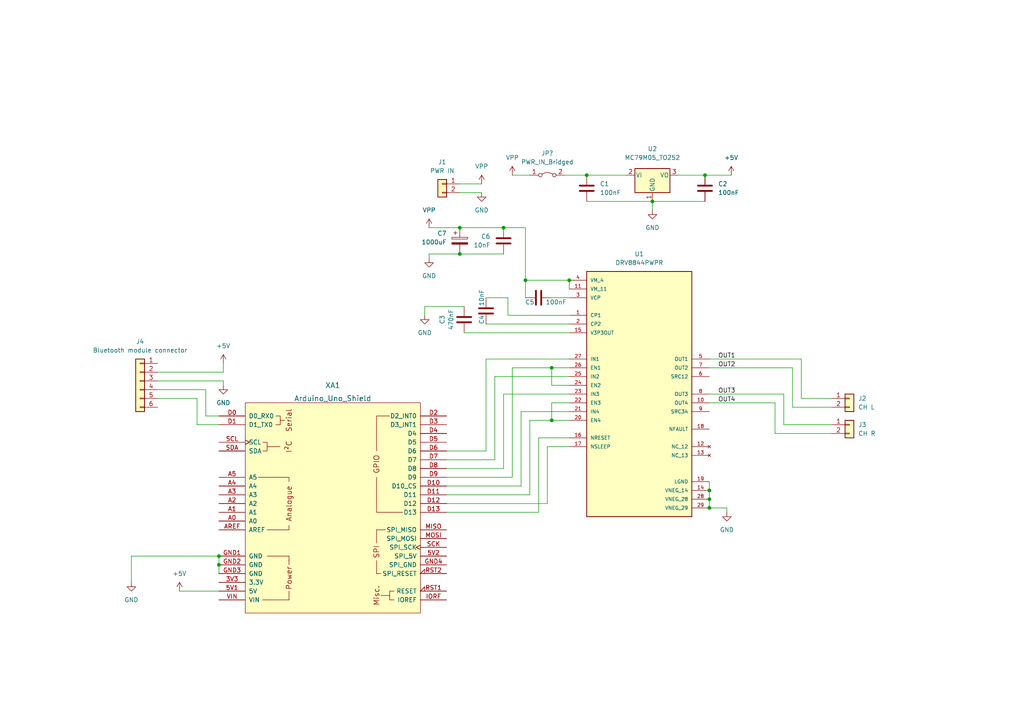
<source format=kicad_sch>
(kicad_sch (version 20211123) (generator eeschema)
  (paper "A4")
  (lib_symbols
    (symbol "Connector_Generic:Conn_01x02" (pin_names (offset 1.016) hide)
      (property "Reference" "J" (at 0 2.54 0))
      (property "Value" "Conn_01x02" (at 0 -5.08 0))
      (symbol "Conn_01x02_1_1"
        (rectangle (start -1.27 -2.413) (end 0 -2.667) (stroke (width 0.1524)))
        (rectangle (start -1.27 0.127) (end 0 -0.127) (stroke (width 0.1524)))
        (rectangle (start -1.27 1.27) (end 1.27 -3.81) (stroke (width 0.254)) (fill (type background)))
        (pin passive line (at -5.08 0 0) (length 3.81) (name "Pin_1") (number "1"))
        (pin passive line (at -5.08 -2.54 0) (length 3.81) (name "Pin_2") (number "2"))
      )
    )
    (symbol "Connector_Generic:Conn_01x06" (pin_names (offset 1.016) hide)
      (property "Reference" "J" (at 0 7.62 0))
      (property "Value" "Conn_01x06" (at 0 -10.16 0))
      (symbol "Conn_01x06_1_1"
        (rectangle (start -1.27 -7.493) (end 0 -7.747) (stroke (width 0.1524)))
        (rectangle (start -1.27 -4.953) (end 0 -5.207) (stroke (width 0.1524)))
        (rectangle (start -1.27 -2.413) (end 0 -2.667) (stroke (width 0.1524)))
        (rectangle (start -1.27 0.127) (end 0 -0.127) (stroke (width 0.1524)))
        (rectangle (start -1.27 2.667) (end 0 2.413) (stroke (width 0.1524)))
        (rectangle (start -1.27 5.207) (end 0 4.953) (stroke (width 0.1524)))
        (rectangle (start -1.27 6.35) (end 1.27 -8.89) (stroke (width 0.254)) (fill (type background)))
        (pin passive line (at -5.08 5.08 0) (length 3.81) (name "Pin_1") (number "1"))
        (pin passive line (at -5.08 2.54 0) (length 3.81) (name "Pin_2") (number "2"))
        (pin passive line (at -5.08 0 0) (length 3.81) (name "Pin_3") (number "3"))
        (pin passive line (at -5.08 -2.54 0) (length 3.81) (name "Pin_4") (number "4"))
        (pin passive line (at -5.08 -5.08 0) (length 3.81) (name "Pin_5") (number "5"))
        (pin passive line (at -5.08 -7.62 0) (length 3.81) (name "Pin_6") (number "6"))
      )
    )
    (symbol "DRV8844PWPR:DRV8844PWPR" (pin_names (offset 1.016))
      (property "Reference" "U" (at -15.24 35.56 0))
      (property "Value" "DRV8844PWPR" (at -15.24 -40.64 0))
      (symbol "DRV8844PWPR_0_0"
        (rectangle (start -15.24 -35.56) (end 15.24 35.56) (stroke (width 0.254)) (fill (type background)))
        (pin power_in line (at -20.32 22.86 0) (length 5.08) (name "CP1") (number "1"))
        (pin output line (at 20.32 -2.54 180) (length 5.08) (name "OUT4") (number "10"))
        (pin power_in line (at -20.32 30.48 0) (length 5.08) (name "VM_11") (number "11"))
        (pin no_connect line (at 20.32 -15.24 180) (length 5.08) (name "NC_12") (number "12"))
        (pin no_connect line (at 20.32 -17.78 180) (length 5.08) (name "NC_13") (number "13"))
        (pin power_in line (at 20.32 -27.94 180) (length 5.08) (name "VNEG_14") (number "14"))
        (pin power_in line (at -20.32 17.78 0) (length 5.08) (name "V3P3OUT") (number "15"))
        (pin input line (at -20.32 -12.7 0) (length 5.08) (name "NRESET") (number "16"))
        (pin input line (at -20.32 -15.24 0) (length 5.08) (name "NSLEEP") (number "17"))
        (pin output line (at 20.32 -10.16 180) (length 5.08) (name "NFAULT") (number "18"))
        (pin power_in line (at 20.32 -25.4 180) (length 5.08) (name "LGND") (number "19"))
        (pin power_in line (at -20.32 20.32 0) (length 5.08) (name "CP2") (number "2"))
        (pin input line (at -20.32 -7.62 0) (length 5.08) (name "EN4") (number "20"))
        (pin input line (at -20.32 -5.08 0) (length 5.08) (name "IN4") (number "21"))
        (pin input line (at -20.32 -2.54 0) (length 5.08) (name "EN3") (number "22"))
        (pin bidirectional line (at -20.32 0 0) (length 5.08) (name "IN3") (number "23"))
        (pin input line (at -20.32 2.54 0) (length 5.08) (name "EN2") (number "24"))
        (pin input line (at -20.32 5.08 0) (length 5.08) (name "IN2") (number "25"))
        (pin input line (at -20.32 7.62 0) (length 5.08) (name "EN1") (number "26"))
        (pin input line (at -20.32 10.16 0) (length 5.08) (name "IN1") (number "27"))
        (pin power_in line (at 20.32 -30.48 180) (length 5.08) (name "VNEG_28") (number "28"))
        (pin power_in line (at 20.32 -33.02 180) (length 5.08) (name "VNEG_29") (number "29"))
        (pin power_in line (at -20.32 27.94 0) (length 5.08) (name "VCP") (number "3"))
        (pin power_in line (at -20.32 33.02 0) (length 5.08) (name "VM_4") (number "4"))
        (pin output line (at 20.32 10.16 180) (length 5.08) (name "OUT1") (number "5"))
        (pin power_in line (at 20.32 5.08 180) (length 5.08) (name "SRC12") (number "6"))
        (pin output line (at 20.32 7.62 180) (length 5.08) (name "OUT2") (number "7"))
        (pin output line (at 20.32 0 180) (length 5.08) (name "OUT3") (number "8"))
        (pin power_in line (at 20.32 -5.08 180) (length 5.08) (name "SRC34") (number "9"))
      )
    )
    (symbol "Device:C" (pin_numbers hide) (pin_names (offset 0.254))
      (property "Reference" "C" (at 0.635 2.54 0))
      (property "Value" "C" (at 0.635 -2.54 0))
      (symbol "C_0_1"
        (polyline (pts (xy -2.032 -0.762) (xy 2.032 -0.762)) (stroke (width 0.508)))
        (polyline (pts (xy -2.032 0.762) (xy 2.032 0.762)) (stroke (width 0.508)))
      )
      (symbol "C_1_1"
        (pin passive line (at 0 3.81 270) (length 2.794) (name "~") (number "1"))
        (pin passive line (at 0 -3.81 90) (length 2.794) (name "~") (number "2"))
      )
    )
    (symbol "Device:C_Polarized" (pin_numbers hide) (pin_names (offset 0.254))
      (property "Reference" "C" (at 0.635 2.54 0))
      (property "Value" "C_Polarized" (at 0.635 -2.54 0))
      (symbol "C_Polarized_0_1"
        (rectangle (start -2.286 0.508) (end 2.286 1.016))
        (polyline (pts (xy -1.778 2.286) (xy -0.762 2.286)))
        (polyline (pts (xy -1.27 2.794) (xy -1.27 1.778)))
        (rectangle (start 2.286 -0.508) (end -2.286 -1.016) (fill (type outline)))
      )
      (symbol "C_Polarized_1_1"
        (pin passive line (at 0 3.81 270) (length 2.794) (name "~") (number "1"))
        (pin passive line (at 0 -3.81 90) (length 2.794) (name "~") (number "2"))
      )
    )
    (symbol "Jumper:Jumper_2_Bridged" (pin_names (offset 0) hide)
      (property "Reference" "JP" (at 0 1.905 0))
      (property "Value" "Jumper_2_Bridged" (at 0 -2.54 0))
      (symbol "Jumper_2_Bridged_0_0"
        (circle (center -2.032 0) (radius 0.508))
        (circle (center 2.032 0) (radius 0.508))
      )
      (symbol "Jumper_2_Bridged_0_1"
        (arc (start 1.524 0.254) (mid 0 0.762) (end -1.524 0.254))
      )
      (symbol "Jumper_2_Bridged_1_1"
        (pin passive line (at -5.08 0 0) (length 2.54) (name "A") (number "1"))
        (pin passive line (at 5.08 0 180) (length 2.54) (name "B") (number "2"))
      )
    )
    (symbol "Regulator_Linear:MC79M05_TO252" (pin_names (offset 0.254))
      (property "Reference" "U" (at -3.81 -3.175 0))
      (property "Value" "MC79M05_TO252" (at 0 -3.175 0))
      (symbol "MC79M05_TO252_0_1"
        (rectangle (start -5.08 5.08) (end 5.08 -1.905) (stroke (width 0.254)) (fill (type background)))
      )
      (symbol "MC79M05_TO252_1_1"
        (pin power_in line (at 0 7.62 270) (length 2.54) (name "GND") (number "1"))
        (pin power_in line (at -7.62 0 0) (length 2.54) (name "VI") (number "2"))
        (pin power_out line (at 7.62 0 180) (length 2.54) (name "VO") (number "3"))
      )
    )
    (symbol "arduino:Arduino_Uno_Shield" (pin_names (offset 1.016))
      (property "Reference" "XA" (at 2.54 0 90))
      (property "Value" "Arduino_Uno_Shield" (at -2.54 0 90))
      (symbol "Arduino_Uno_Shield_0_0"
        (rectangle (start -25.4 30.48) (end 25.4 -30.48) (fill (type background)))
        (rectangle (start -20.32 -26.67) (end -12.7 -26.67))
        (rectangle (start -19.05 -13.97) (end -12.7 -13.97))
        (polyline (pts (xy -19.05 17.78) (xy -15.24 17.78)))
        (polyline (pts (xy -15.24 25.4) (xy -13.97 25.4)))
        (polyline (pts (xy -12.7 -26.67) (xy -12.7 -24.13)))
        (polyline (pts (xy -12.7 -15.24) (xy -12.7 -16.51)))
        (polyline (pts (xy -12.7 -13.97) (xy -12.7 -15.24)))
        (polyline (pts (xy -12.7 -5.08) (xy -12.7 -6.35) (xy -19.05 -6.35)))
        (polyline (pts (xy -12.7 7.62) (xy -12.7 8.89) (xy -21.59 8.89)))
        (polyline (pts (xy 12.7 8.89) (xy 12.7 -1.27) (xy 20.32 -1.27)))
        (polyline (pts (xy 12.7 16.51) (xy 12.7 26.67) (xy 16.51 26.67)))
        (polyline (pts (xy -20.32 19.05) (xy -19.05 19.05) (xy -19.05 16.51) (xy -20.32 16.51)))
        (polyline (pts (xy -16.51 26.67) (xy -15.24 26.67) (xy -15.24 24.13) (xy -16.51 24.13)))
        (rectangle (start 12.7 -19.05) (end 12.7 -15.24))
        (rectangle (start 12.7 -10.16) (end 12.7 -6.35))
        (rectangle (start 13.97 -19.05) (end 12.7 -19.05))
        (rectangle (start 15.24 -6.35) (end 12.7 -6.35))
        (rectangle (start 16.51 -25.4) (end 13.97 -25.4))
        (rectangle (start 16.51 -24.13) (end 16.51 -26.67))
        (rectangle (start 17.78 -26.67) (end 16.51 -26.67))
        (rectangle (start 17.78 -24.13) (end 16.51 -24.13))
        (text "Analogue" (at -12.7 1.27 900) (effects (font (size 1.524 1.524))))
        (text "I²C" (at -12.7 17.78 900) (effects (font (size 1.524 1.524))))
        (text "Misc." (at 12.7 -25.4 900) (effects (font (size 1.524 1.524))))
        (text "Power" (at -12.7 -20.32 900) (effects (font (size 1.524 1.524))))
        (text "Serial" (at -12.7 25.4 900) (effects (font (size 1.524 1.524))))
        (text "SPI" (at 12.7 -12.7 900) (effects (font (size 1.524 1.524))))
      )
      (symbol "Arduino_Uno_Shield_1_0"
        (text "GPIO" (at 12.7 12.7 900) (effects (font (size 1.524 1.524))))
      )
      (symbol "Arduino_Uno_Shield_1_1"
        (pin power_in line (at -33.02 -21.59 0) (length 7.62) (name "3.3V") (number "3V3"))
        (pin power_in line (at -33.02 -24.13 0) (length 7.62) (name "5V") (number "5V1"))
        (pin power_in line (at 33.02 -13.97 180) (length 7.62) (name "SPI_5V") (number "5V2"))
        (pin bidirectional line (at -33.02 -3.81 0) (length 7.62) (name "A0") (number "A0"))
        (pin bidirectional line (at -33.02 -1.27 0) (length 7.62) (name "A1") (number "A1"))
        (pin bidirectional line (at -33.02 1.27 0) (length 7.62) (name "A2") (number "A2"))
        (pin bidirectional line (at -33.02 3.81 0) (length 7.62) (name "A3") (number "A3"))
        (pin bidirectional line (at -33.02 6.35 0) (length 7.62) (name "A4") (number "A4"))
        (pin bidirectional line (at -33.02 8.89 0) (length 7.62) (name "A5") (number "A5"))
        (pin input line (at -33.02 -6.35 0) (length 7.62) (name "AREF") (number "AREF"))
        (pin bidirectional line (at -33.02 26.67 0) (length 7.62) (name "D0_RX0") (number "D0"))
        (pin bidirectional line (at -33.02 24.13 0) (length 7.62) (name "D1_TX0") (number "D1"))
        (pin bidirectional line (at 33.02 6.35 180) (length 7.62) (name "D10_CS") (number "D10"))
        (pin bidirectional line (at 33.02 3.81 180) (length 7.62) (name "D11") (number "D11"))
        (pin bidirectional line (at 33.02 1.27 180) (length 7.62) (name "D12") (number "D12"))
        (pin bidirectional line (at 33.02 -1.27 180) (length 7.62) (name "D13") (number "D13"))
        (pin bidirectional line (at 33.02 26.67 180) (length 7.62) (name "D2_INT0") (number "D2"))
        (pin bidirectional line (at 33.02 24.13 180) (length 7.62) (name "D3_INT1") (number "D3"))
        (pin bidirectional line (at 33.02 21.59 180) (length 7.62) (name "D4") (number "D4"))
        (pin bidirectional line (at 33.02 19.05 180) (length 7.62) (name "D5") (number "D5"))
        (pin bidirectional line (at 33.02 16.51 180) (length 7.62) (name "D6") (number "D6"))
        (pin bidirectional line (at 33.02 13.97 180) (length 7.62) (name "D7") (number "D7"))
        (pin bidirectional line (at 33.02 11.43 180) (length 7.62) (name "D8") (number "D8"))
        (pin bidirectional line (at 33.02 8.89 180) (length 7.62) (name "D9") (number "D9"))
        (pin power_in line (at -33.02 -13.97 0) (length 7.62) (name "GND") (number "GND1"))
        (pin power_in line (at -33.02 -16.51 0) (length 7.62) (name "GND") (number "GND2"))
        (pin power_in line (at -33.02 -19.05 0) (length 7.62) (name "GND") (number "GND3"))
        (pin power_in line (at 33.02 -16.51 180) (length 7.62) (name "SPI_GND") (number "GND4"))
        (pin output line (at 33.02 -26.67 180) (length 7.62) (name "IOREF") (number "IORF"))
        (pin input line (at 33.02 -6.35 180) (length 7.62) (name "SPI_MISO") (number "MISO"))
        (pin output line (at 33.02 -8.89 180) (length 7.62) (name "SPI_MOSI") (number "MOSI"))
        (pin open_collector input_low (at 33.02 -24.13 180) (length 7.62) (name "RESET") (number "RST1"))
        (pin open_collector input_low (at 33.02 -19.05 180) (length 7.62) (name "SPI_RESET") (number "RST2"))
        (pin output clock (at 33.02 -11.43 180) (length 7.62) (name "SPI_SCK") (number "SCK"))
        (pin bidirectional clock (at -33.02 19.05 0) (length 7.62) (name "SCL") (number "SCL"))
        (pin bidirectional line (at -33.02 16.51 0) (length 7.62) (name "SDA") (number "SDA"))
        (pin power_in line (at -33.02 -26.67 0) (length 7.62) (name "VIN") (number "VIN"))
      )
    )
    (symbol "power:+5V" (power) (pin_names (offset 0))
      (property "Value" "+5V" (at 0 3.556 0))
      (symbol "+5V_0_1"
        (polyline (pts (xy -0.762 1.27) (xy 0 2.54)))
        (polyline (pts (xy 0 0) (xy 0 2.54)))
        (polyline (pts (xy 0 2.54) (xy 0.762 1.27)))
      )
      (symbol "+5V_1_1"
        (pin power_in line (at 0 0 90) (length 0) hide (name "+5V") (number "1"))
      )
    )
    (symbol "power:GND" (power) (pin_names (offset 0))
      (property "Value" "GND" (at 0 -3.81 0))
      (symbol "GND_0_1"
        (polyline (pts (xy 0 0) (xy 0 -1.27) (xy 1.27 -1.27) (xy 0 -2.54) (xy -1.27 -1.27) (xy 0 -1.27)))
      )
      (symbol "GND_1_1"
        (pin power_in line (at 0 0 270) (length 0) hide (name "GND") (number "1"))
      )
    )
    (symbol "power:VPP" (power) (pin_names (offset 0))
      (property "Value" "VPP" (at 0 3.81 0))
      (symbol "VPP_0_1"
        (polyline (pts (xy -0.762 1.27) (xy 0 2.54)))
        (polyline (pts (xy 0 0) (xy 0 2.54)))
        (polyline (pts (xy 0 2.54) (xy 0.762 1.27)))
      )
      (symbol "VPP_1_1"
        (pin power_in line (at 0 0 90) (length 0) hide (name "VPP") (number "1"))
      )
    )
  )
  (junction (at 205.74 144.78))
  (junction (at 189.23 58.42))
  (junction (at 63.5 163.83))
  (junction (at 152.4 81.28))
  (junction (at 63.5 161.29))
  (junction (at 146.05 66.04))
  (junction (at 160.02 121.92))
  (junction (at 160.02 106.68))
  (junction (at 133.35 73.66))
  (junction (at 165.1 81.28))
  (junction (at 170.18 50.8))
  (junction (at 133.35 66.04))
  (junction (at 204.47 50.8))
  (junction (at 205.74 147.32))
  (junction (at 205.74 142.24))
  (wire (pts (xy 63.5 161.29) (xy 63.5 163.83)))
  (wire (pts (xy 163.83 50.8) (xy 170.18 50.8)))
  (wire (pts (xy 146.05 114.3) (xy 146.05 135.89)))
  (wire (pts (xy 124.46 73.66) (xy 124.46 74.93)))
  (wire (pts (xy 146.05 73.66) (xy 133.35 73.66)))
  (wire (pts (xy 232.41 104.14) (xy 232.41 115.57)))
  (wire (pts (xy 129.54 138.43) (xy 148.59 138.43)))
  (wire (pts (xy 143.51 109.22) (xy 165.1 109.22)))
  (wire (pts (xy 64.77 107.95) (xy 45.72 107.95)))
  (wire (pts (xy 158.75 146.05) (xy 158.75 129.54)))
  (wire (pts (xy 147.32 86.36) (xy 140.97 86.36)))
  (wire (pts (xy 38.1 168.91) (xy 38.1 161.29)))
  (wire (pts (xy 189.23 58.42) (xy 204.47 58.42)))
  (wire (pts (xy 229.87 118.11) (xy 241.3 118.11)))
  (wire (pts (xy 152.4 81.28) (xy 152.4 86.36)))
  (wire (pts (xy 59.69 113.03) (xy 59.69 120.65)))
  (wire (pts (xy 129.54 146.05) (xy 158.75 146.05)))
  (wire (pts (xy 210.82 147.32) (xy 210.82 148.59)))
  (wire (pts (xy 152.4 66.04) (xy 146.05 66.04)))
  (wire (pts (xy 181.61 50.8) (xy 170.18 50.8)))
  (wire (pts (xy 146.05 66.04) (xy 133.35 66.04)))
  (wire (pts (xy 59.69 120.65) (xy 63.5 120.65)))
  (wire (pts (xy 133.35 55.88) (xy 139.7 55.88)))
  (wire (pts (xy 205.74 142.24) (xy 205.74 144.78)))
  (wire (pts (xy 143.51 133.35) (xy 143.51 109.22)))
  (wire (pts (xy 152.4 81.28) (xy 165.1 81.28)))
  (wire (pts (xy 45.72 110.49) (xy 64.77 110.49)))
  (wire (pts (xy 64.77 110.49) (xy 64.77 111.76)))
  (wire (pts (xy 160.02 116.84) (xy 160.02 121.92)))
  (wire (pts (xy 205.74 104.14) (xy 232.41 104.14)))
  (wire (pts (xy 129.54 140.97) (xy 151.13 140.97)))
  (wire (pts (xy 148.59 138.43) (xy 148.59 106.68)))
  (wire (pts (xy 205.74 116.84) (xy 224.79 116.84)))
  (wire (pts (xy 63.5 123.19) (xy 57.15 123.19)))
  (wire (pts (xy 156.21 127) (xy 156.21 148.59)))
  (wire (pts (xy 205.74 114.3) (xy 227.33 114.3)))
  (wire (pts (xy 140.97 104.14) (xy 140.97 130.81)))
  (wire (pts (xy 45.72 113.03) (xy 59.69 113.03)))
  (wire (pts (xy 160.02 86.36) (xy 165.1 86.36)))
  (wire (pts (xy 63.5 163.83) (xy 63.5 166.37)))
  (wire (pts (xy 170.18 58.42) (xy 189.23 58.42)))
  (wire (pts (xy 134.62 96.52) (xy 165.1 96.52)))
  (wire (pts (xy 123.19 88.9) (xy 123.19 91.44)))
  (wire (pts (xy 57.15 123.19) (xy 57.15 115.57)))
  (wire (pts (xy 158.75 129.54) (xy 165.1 129.54)))
  (wire (pts (xy 151.13 119.38) (xy 151.13 140.97)))
  (wire (pts (xy 133.35 66.04) (xy 124.46 66.04)))
  (wire (pts (xy 165.1 114.3) (xy 146.05 114.3)))
  (wire (pts (xy 52.07 171.45) (xy 63.5 171.45)))
  (wire (pts (xy 165.1 104.14) (xy 140.97 104.14)))
  (wire (pts (xy 156.21 148.59) (xy 129.54 148.59)))
  (wire (pts (xy 129.54 133.35) (xy 143.51 133.35)))
  (wire (pts (xy 133.35 53.34) (xy 139.7 53.34)))
  (wire (pts (xy 189.23 60.96) (xy 189.23 58.42)))
  (wire (pts (xy 148.59 50.8) (xy 153.67 50.8)))
  (wire (pts (xy 129.54 143.51) (xy 153.67 143.51)))
  (wire (pts (xy 227.33 114.3) (xy 227.33 123.19)))
  (wire (pts (xy 165.1 119.38) (xy 151.13 119.38)))
  (wire (pts (xy 156.21 127) (xy 165.1 127)))
  (wire (pts (xy 196.85 50.8) (xy 204.47 50.8)))
  (wire (pts (xy 205.74 147.32) (xy 210.82 147.32)))
  (wire (pts (xy 232.41 115.57) (xy 241.3 115.57)))
  (wire (pts (xy 152.4 81.28) (xy 152.4 66.04)))
  (wire (pts (xy 140.97 93.98) (xy 165.1 93.98)))
  (wire (pts (xy 153.67 143.51) (xy 153.67 121.92)))
  (wire (pts (xy 224.79 116.84) (xy 224.79 125.73)))
  (wire (pts (xy 160.02 111.76) (xy 165.1 111.76)))
  (wire (pts (xy 133.35 73.66) (xy 124.46 73.66)))
  (wire (pts (xy 205.74 144.78) (xy 205.74 147.32)))
  (wire (pts (xy 160.02 106.68) (xy 160.02 111.76)))
  (wire (pts (xy 241.3 125.73) (xy 224.79 125.73)))
  (wire (pts (xy 205.74 106.68) (xy 229.87 106.68)))
  (wire (pts (xy 57.15 115.57) (xy 45.72 115.57)))
  (wire (pts (xy 229.87 118.11) (xy 229.87 106.68)))
  (wire (pts (xy 64.77 105.41) (xy 64.77 107.95)))
  (wire (pts (xy 204.47 50.8) (xy 212.09 50.8)))
  (wire (pts (xy 147.32 91.44) (xy 147.32 86.36)))
  (wire (pts (xy 160.02 121.92) (xy 165.1 121.92)))
  (wire (pts (xy 134.62 88.9) (xy 123.19 88.9)))
  (wire (pts (xy 38.1 161.29) (xy 63.5 161.29)))
  (wire (pts (xy 165.1 116.84) (xy 160.02 116.84)))
  (wire (pts (xy 165.1 106.68) (xy 160.02 106.68)))
  (wire (pts (xy 227.33 123.19) (xy 241.3 123.19)))
  (wire (pts (xy 165.1 81.28) (xy 165.1 83.82)))
  (wire (pts (xy 148.59 106.68) (xy 160.02 106.68)))
  (wire (pts (xy 153.67 121.92) (xy 160.02 121.92)))
  (wire (pts (xy 165.1 91.44) (xy 147.32 91.44)))
  (wire (pts (xy 146.05 135.89) (xy 129.54 135.89)))
  (wire (pts (xy 140.97 130.81) (xy 129.54 130.81)))
  (wire (pts (xy 205.74 139.7) (xy 205.74 142.24)))
  (label "OUT1" (at 208.28 104.14 0))
  (label "OUT3" (at 208.28 114.3 0))
  (label "OUT2" (at 208.28 106.68 0))
  (label "OUT4" (at 208.28 116.84 0))
  (symbol (lib_id "power:VPP") (at 124.46 66.04 0) (mirror y) (unit 1)
    (property "Reference" "#PWR03" (effects hide))
    (property "Value" "VPP" (at 124.46 60.96 0))
  )
  (symbol (lib_id "power:VPP") (at 139.7 53.34 0) (unit 1)
    (property "Reference" "#PWR0104" (effects hide))
    (property "Value" "VPP" (at 139.7 48.26 0))
  )
  (symbol (lib_id "Device:C") (at 204.47 54.61 0) (unit 1)
    (property "Reference" "C2" (at 208.28 53.3399 0) (effects (justify left)))
    (property "Value" "100nF" (at 208.28 55.8799 0) (effects (justify left)))
    (property "Footprint" "Capacitor_SMD:C_0603_1608Metric" (effects hide))
  )
  (symbol (lib_id "Connector_Generic:Conn_01x02") (at 128.27 53.34 0) (mirror y) (unit 1)
    (property "Reference" "J1" (at 128.27 46.99 0))
    (property "Value" "PWR IN" (at 128.27 49.53 0))
    (property "Footprint" "TerminalBlock_MetzConnect:TerminalBlock_MetzConnect_Type701_RT11L02HGLU_1x02_P6.35mm_Horizontal" (effects hide))
  )
  (symbol (lib_id "power:GND") (at 124.46 74.93 0) (mirror y) (unit 1)
    (property "Reference" "#PWR04" (effects hide))
    (property "Value" "GND" (at 124.46 80.01 0))
  )
  (symbol (lib_id "power:GND") (at 139.7 55.88 0) (unit 1)
    (property "Reference" "#PWR0105" (effects hide))
    (property "Value" "GND" (at 139.7 60.96 0))
  )
  (symbol (lib_id "Device:C") (at 140.97 90.17 180) (unit 1)
    (property "Reference" "C4" (at 139.7 92.71 90))
    (property "Value" "10nF" (at 139.7 86.36 90))
    (property "Footprint" "Capacitor_SMD:C_0603_1608Metric" (effects hide))
  )
  (symbol (lib_id "arduino:Arduino_Uno_Shield") (at 96.52 147.32 0) (unit 1)
    (property "Reference" "XA1" (at 96.52 111.76 0) (effects (font (size 1.524 1.524))))
    (property "Value" "Arduino_Uno_Shield" (at 96.52 115.57 0) (effects (font (size 1.524 1.524))))
    (property "Footprint" "Arduino:Arduino_Uno_Shield" (effects hide))
    (property "Datasheet" "https://store.arduino.cc/arduino-uno-rev3" (effects hide))
  )
  (symbol (lib_id "power:GND") (at 123.19 91.44 0) (unit 1)
    (property "Reference" "#PWR0106" (effects hide))
    (property "Value" "GND" (at 123.19 96.52 0))
  )
  (symbol (lib_id "Jumper:Jumper_2_Bridged") (at 158.75 50.8 0) (unit 1)
    (property "Reference" "JP?" (at 158.75 44.45 0))
    (property "Value" "PWR_IN_Bridged" (at 158.75 46.99 0))
    (property "Footprint" "Connector_PinHeader_2.54mm:PinHeader_1x02_P2.54mm_Vertical" (effects hide))
  )
  (symbol (lib_id "power:VPP") (at 148.59 50.8 0) (unit 1)
    (property "Reference" "#PWR01" (effects hide))
    (property "Value" "VPP" (at 148.59 45.72 0))
  )
  (symbol (lib_id "Device:C") (at 146.05 69.85 0) (mirror y) (unit 1)
    (property "Reference" "C6" (at 142.24 68.5799 0) (effects (justify left)))
    (property "Value" "10nF" (at 142.24 71.1199 0) (effects (justify left)))
    (property "Footprint" "Capacitor_SMD:C_0603_1608Metric" (effects hide))
  )
  (symbol (lib_id "Device:C") (at 170.18 54.61 0) (unit 1)
    (property "Reference" "C1" (at 173.99 53.3399 0) (effects (justify left)))
    (property "Value" "100nF" (at 173.99 55.8799 0) (effects (justify left)))
    (property "Footprint" "Capacitor_SMD:C_0603_1608Metric" (effects hide))
  )
  (symbol (lib_id "Device:C_Polarized") (at 133.35 69.85 0) (unit 1)
    (property "Reference" "C7" (at 129.54 67.6909 0) (effects (justify right)))
    (property "Value" "1000uF" (at 129.54 70.2309 0) (effects (justify right)))
    (property "Footprint" "Capacitor_THT:C_Axial_L19.0mm_D8.0mm_P25.00mm_Horizontal" (effects hide))
  )
  (symbol (lib_id "power:GND") (at 210.82 148.59 0) (unit 1)
    (property "Reference" "#PWR0107" (effects hide))
    (property "Value" "GND" (at 210.82 153.67 0))
  )
  (symbol (lib_id "Device:C") (at 156.21 86.36 90) (mirror x) (unit 1)
    (property "Reference" "C5" (at 153.67 87.63 90))
    (property "Value" "100nF" (at 161.29 87.63 90))
    (property "Footprint" "Capacitor_SMD:C_0603_1608Metric" (effects hide))
  )
  (symbol (lib_id "power:+5V") (at 64.77 105.41 0) (unit 1)
    (property "Reference" "#PWR0109" (effects hide))
    (property "Value" "+5V" (at 64.77 100.33 0))
  )
  (symbol (lib_id "DRV8844PWPR:DRV8844PWPR") (at 185.42 114.3 0) (unit 1)
    (property "Reference" "U1" (at 185.42 73.66 0))
    (property "Value" "DRV8844PWPR" (at 185.42 76.2 0))
    (property "Footprint" "IC_DRV8844PWPR" (effects hide))
    (property "MAXIMUM_PACKAGE_HIEGHT" "1.2mm" (effects hide))
    (property "PARTREV" "D" (effects hide))
    (property "STANDARD" "IPC 7351B" (effects hide))
    (property "MANUFACTURER" "Texas Instruments" (effects hide))
  )
  (symbol (lib_id "power:+5V") (at 52.07 171.45 0) (unit 1)
    (property "Reference" "#PWR0102" (effects hide))
    (property "Value" "+5V" (at 52.07 166.37 0))
  )
  (symbol (lib_id "power:+5V") (at 212.09 50.8 0) (unit 1)
    (property "Reference" "#PWR02" (effects hide))
    (property "Value" "+5V" (at 212.09 45.72 0))
  )
  (symbol (lib_id "Device:C") (at 134.62 92.71 0) (mirror y) (unit 1)
    (property "Reference" "C3" (at 128.27 92.71 90))
    (property "Value" "470nF" (at 130.81 92.71 90))
    (property "Footprint" "Capacitor_SMD:C_0603_1608Metric" (effects hide))
  )
  (symbol (lib_id "power:GND") (at 189.23 60.96 0) (unit 1)
    (property "Reference" "#PWR0101" (effects hide))
    (property "Value" "GND" (at 189.23 66.04 0))
  )
  (symbol (lib_id "Connector_Generic:Conn_01x06") (at 40.64 110.49 0) (mirror y) (unit 1)
    (property "Reference" "J4" (at 40.64 99.06 0))
    (property "Value" "Bluetooth module connector" (at 40.64 101.6 0))
    (property "Footprint" "Connector_PinSocket_2.54mm:PinSocket_1x06_P2.54mm_Horizontal" (effects hide))
  )
  (symbol (lib_id "power:GND") (at 64.77 111.76 0) (unit 1)
    (property "Reference" "#PWR0108" (effects hide))
    (property "Value" "GND" (at 64.77 116.84 0))
  )
  (symbol (lib_id "power:GND") (at 38.1 168.91 0) (unit 1)
    (property "Reference" "#PWR0103" (effects hide))
    (property "Value" "GND" (at 38.1 173.99 0))
  )
  (symbol (lib_id "Regulator_Linear:MC79M05_TO252") (at 189.23 50.8 0) (mirror x) (unit 1)
    (property "Reference" "U2" (at 189.23 43.18 0))
    (property "Value" "MC79M05_TO252" (at 189.23 45.72 0))
    (property "Footprint" "Package_TO_SOT_SMD:TO-252-2" (effects hide))
    (property "Datasheet" "http://www.onsemi.com/pub/Collateral/MC79M00-D.PDF" (effects hide))
  )
  (symbol (lib_id "Connector_Generic:Conn_01x02") (at 246.38 123.19 0) (unit 1)
    (property "Reference" "J3" (at 248.92 123.1899 0) (effects (justify left)))
    (property "Value" "CH R" (at 248.92 125.7299 0) (effects (justify left)))
    (property "Footprint" "TerminalBlock_MetzConnect:TerminalBlock_MetzConnect_Type701_RT11L02HGLU_1x02_P6.35mm_Horizontal" (effects hide))
  )
  (symbol (lib_id "Connector_Generic:Conn_01x02") (at 246.38 115.57 0) (unit 1)
    (property "Reference" "J2" (at 248.92 115.5699 0) (effects (justify left)))
    (property "Value" "CH L" (at 248.92 118.1099 0) (effects (justify left)))
    (property "Footprint" "TerminalBlock_MetzConnect:TerminalBlock_MetzConnect_Type701_RT11L02HGLU_1x02_P6.35mm_Horizontal" (effects hide))
  )
)
</source>
